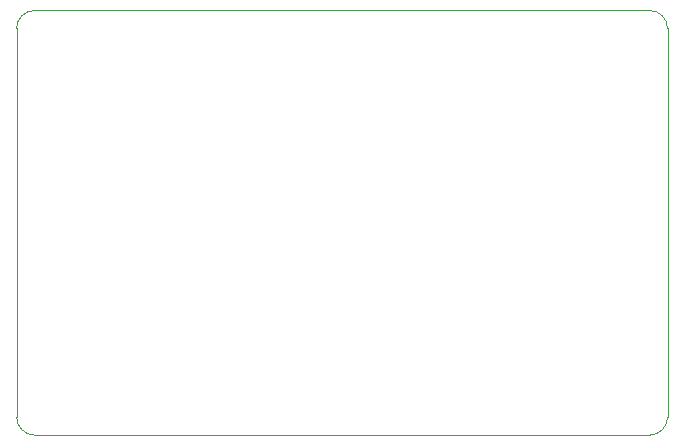
<source format=gbr>
%TF.GenerationSoftware,KiCad,Pcbnew,(5.1.9)-1*%
%TF.CreationDate,2021-05-20T14:11:39+09:00*%
%TF.ProjectId,LED-Matrix-PCB,4c45442d-4d61-4747-9269-782d5043422e,rev?*%
%TF.SameCoordinates,Original*%
%TF.FileFunction,Profile,NP*%
%FSLAX46Y46*%
G04 Gerber Fmt 4.6, Leading zero omitted, Abs format (unit mm)*
G04 Created by KiCad (PCBNEW (5.1.9)-1) date 2021-05-20 14:11:39*
%MOMM*%
%LPD*%
G01*
G04 APERTURE LIST*
%TA.AperFunction,Profile*%
%ADD10C,0.050000*%
%TD*%
G04 APERTURE END LIST*
D10*
X104902000Y-105918000D02*
G75*
G02*
X103378000Y-104394000I0J1524000D01*
G01*
X103378000Y-71492000D02*
G75*
G02*
X104902000Y-69968000I1524000J0D01*
G01*
X156972000Y-69968000D02*
G75*
G02*
X158496000Y-71492000I0J-1524000D01*
G01*
X158496000Y-104394000D02*
G75*
G02*
X156972000Y-105918000I-1524000J0D01*
G01*
X104902000Y-105918000D02*
X156972000Y-105918000D01*
X103378000Y-71492000D02*
X103378000Y-104394000D01*
X156972000Y-69968000D02*
X104902000Y-69968000D01*
X158496000Y-71492000D02*
X158496000Y-104394000D01*
M02*

</source>
